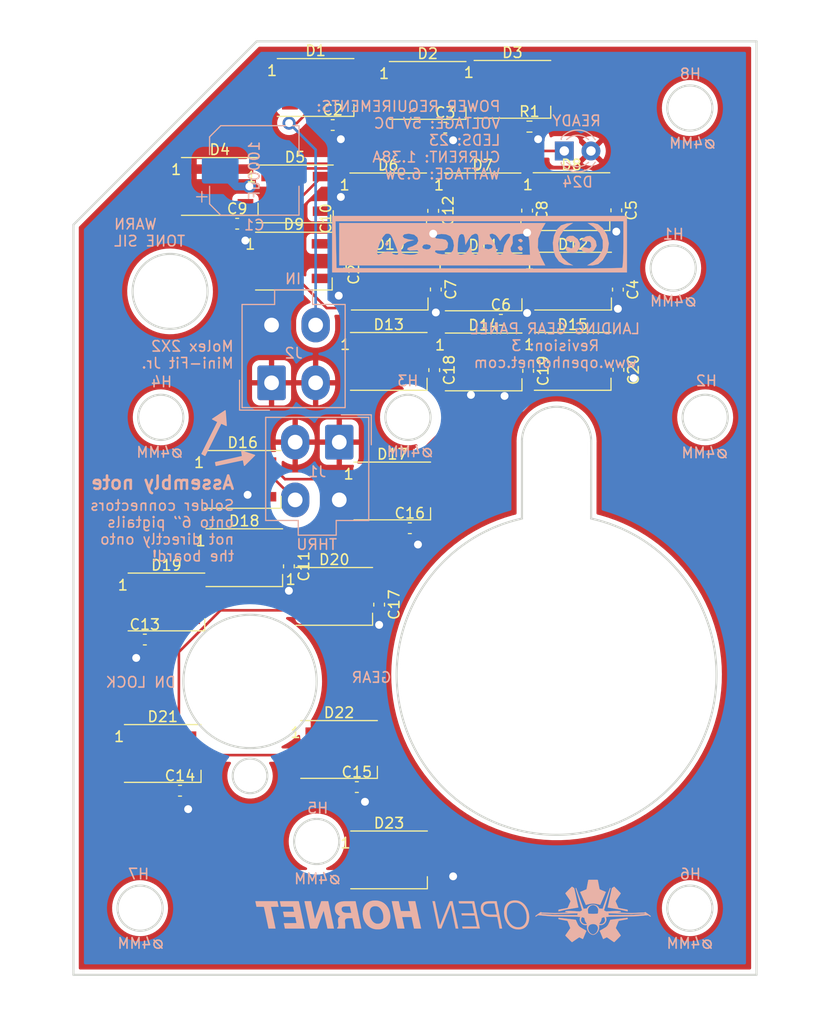
<source format=kicad_pcb>
(kicad_pcb (version 20211014) (generator pcbnew)
  (title_block (title "LANDING GEAR PANEL") (date "2023-02-10") (rev "3"))
  (layers (0 "F.Cu" signal) (31 "B.Cu" signal) (34 "B.Paste" user) (35 "F.Paste" user) (36 "B.SilkS" user "B.Silkscreen") (37 "F.SilkS" user "F.Silkscreen") (38 "B.Mask" user) (39 "F.Mask" user) (44 "Edge.Cuts" user))
  (net 0 "")
  (net 1 "Net-(D1-Pad2)")
  (net 2 "Net-(D2-Pad2)")
  (net 3 "Net-(D3-Pad2)")
  (net 4 "Net-(D4-Pad2)")
  (net 5 "Net-(D5-Pad2)")
  (net 6 "Net-(D6-Pad2)")
  (net 7 "Net-(D7-Pad2)")
  (net 8 "Net-(D8-Pad2)")
  (net 9 "Net-(D10-Pad4)")
  (net 10 "Net-(D10-Pad2)")
  (net 11 "Net-(D11-Pad2)")
  (net 12 "Net-(D12-Pad2)")
  (net 13 "Net-(D13-Pad2)")
  (net 14 "Net-(D14-Pad2)")
  (net 15 "Net-(D15-Pad2)")
  (net 16 "Net-(D16-Pad2)")
  (net 17 "Net-(D17-Pad2)")
  (net 18 "Net-(D18-Pad2)")
  (net 19 "Net-(D19-Pad2)")
  (net 20 "Net-(D20-Pad2)")
  (net 21 "Net-(D21-Pad2)")
  (net 22 "Net-(D22-Pad2)")
  (net 23 "/LEDGND")
  (net 24 "/LED+5V")
  (net 25 "Net-(D24-Pad1)")
  (net 26 "/DATAIN")
  (net 27 "/DATAOUT")
  (footprint "OH_Footprints:LED_WS2812B_PLCC4_5.0x5.0mm_P3.2mm" (layer "F.Cu") (at 85.4456 42.8752)
    (fp_text reference "D1")
    (fp_text value "WS2812B")
  )
  (footprint "OH_Footprints:LED_WS2812B_PLCC4_5.0x5.0mm_P3.2mm" (layer "F.Cu") (at 96.1252 43.1544)
    (fp_text reference "D2")
    (fp_text value "WS2812B")
  )
  (footprint "OH_Footprints:LED_WS2812B_PLCC4_5.0x5.0mm_P3.2mm" (layer "F.Cu") (at 104.202 43.0528)
    (fp_text reference "D3")
    (fp_text value "WS2812B")
  )
  (footprint "OH_Footprints:LED_WS2812B_PLCC4_5.0x5.0mm_P3.2mm" (layer "F.Cu") (at 76.3132 52.2984)
    (fp_text reference "D4")
    (fp_text value "WS2812B")
  )
  (footprint "OH_Footprints:LED_WS2812B_PLCC4_5.0x5.0mm_P3.2mm" (layer "F.Cu") (at 83.476 53.0096)
    (fp_text reference "D5")
    (fp_text value "WS2812B")
  )
  (footprint "OH_Footprints:LED_WS2812B_PLCC4_5.0x5.0mm_P3.2mm" (layer "F.Cu") (at 92.366 53.7716)
    (fp_text reference "D6")
    (fp_text value "WS2812B")
  )
  (footprint "OH_Footprints:LED_WS2812B_PLCC4_5.0x5.0mm_P3.2mm" (layer "F.Cu") (at 101.358 53.7716)
    (fp_text reference "D7")
    (fp_text value "WS2812B")
  )
  (footprint "OH_Footprints:LED_WS2812B_PLCC4_5.0x5.0mm_P3.2mm" (layer "F.Cu") (at 109.83 53.7464)
    (fp_text reference "D8")
    (fp_text value "WS2812B")
  )
  (footprint "OH_Footprints:LED_WS2812B_PLCC4_5.0x5.0mm_P3.2mm" (layer "F.Cu") (at 83.3744 59.4104)
    (fp_text reference "D9")
    (fp_text value "WS2812B")
  )
  (footprint "OH_Footprints:LED_WS2812B_PLCC4_5.0x5.0mm_P3.2mm" (layer "F.Cu") (at 92.5068 61.3156)
    (fp_text reference "D10")
    (fp_text value "WS2812B")
  )
  (footprint "OH_Footprints:LED_WS2812B_PLCC4_5.0x5.0mm_P3.2mm" (layer "F.Cu") (at 101.459 61.3916)
    (fp_text reference "D11")
    (fp_text value "WS2812B")
  )
  (footprint "OH_Footprints:LED_WS2812B_PLCC4_5.0x5.0mm_P3.2mm" (layer "F.Cu") (at 109.982 61.3156)
    (fp_text reference "D12")
    (fp_text value "WS2812B")
  )
  (footprint "OH_Footprints:LED_WS2812B_PLCC4_5.0x5.0mm_P3.2mm" (layer "F.Cu") (at 92.4168 68.9608)
    (fp_text reference "D13")
    (fp_text value "WS2812B")
  )
  (footprint "OH_Footprints:LED_WS2812B_PLCC4_5.0x5.0mm_P3.2mm" (layer "F.Cu") (at 101.459 69.0116)
    (fp_text reference "D14")
    (fp_text value "WS2812B")
  )
  (footprint "OH_Footprints:LED_WS2812B_PLCC4_5.0x5.0mm_P3.2mm" (layer "F.Cu") (at 109.943 68.9608)
    (fp_text reference "D15")
    (fp_text value "WS2812B")
  )
  (footprint "OH_Footprints:LED_WS2812B_PLCC4_5.0x5.0mm_P3.2mm" (layer "F.Cu") (at 78.5 80.2)
    (fp_text reference "D16")
    (fp_text value "WS2812B")
  )
  (footprint "OH_Footprints:LED_WS2812B_PLCC4_5.0x5.0mm_P3.2mm" (layer "F.Cu") (at 92.75 81.3)
    (fp_text reference "D17")
    (fp_text value "WS2812B")
  )
  (footprint "OH_Footprints:LED_WS2812B_PLCC4_5.0x5.0mm_P3.2mm" (layer "F.Cu") (at 78.65 87.6552)
    (fp_text reference "D18")
    (fp_text value "WS2812B")
  )
  (footprint "OH_Footprints:LED_WS2812B_PLCC4_5.0x5.0mm_P3.2mm" (layer "F.Cu") (at 71.2332 91.8716)
    (fp_text reference "D19")
    (fp_text value "WS2812B")
  )
  (footprint "OH_Footprints:LED_WS2812B_PLCC4_5.0x5.0mm_P3.2mm" (layer "F.Cu") (at 87.2236 91.3384)
    (fp_text reference "D20")
    (fp_text value "WS2812B")
  )
  (footprint "OH_Footprints:LED_WS2812B_PLCC4_5.0x5.0mm_P3.2mm" (layer "F.Cu") (at 70.8776 106.299)
    (fp_text reference "D21")
    (fp_text value "WS2812B")
  )
  (footprint "OH_Footprints:LED_WS2812B_PLCC4_5.0x5.0mm_P3.2mm" (layer "F.Cu") (at 87.6808 105.918)
    (fp_text reference "D22")
    (fp_text value "WS2812B")
  )
  (footprint "OH_Footprints:LED_WS2812B_PLCC4_5.0x5.0mm_P3.2mm" (layer "F.Cu") (at 92.4444 116.434)
    (fp_text reference "D23")
    (fp_text value "WS2812B")
  )
  (footprint "OH_Footprints:C_0603_1608Metric" (layer "F.Cu") (at 87.075 46.45)
    (fp_text reference "C2")
    (fp_text value "C")
  )
  (footprint "OH_Footprints:C_0603_1608Metric" (layer "F.Cu") (at 97.8 46.7)
    (fp_text reference "C3")
    (fp_text value "C")
  )
  (footprint "OH_Footprints:C_0603_1608Metric" (layer "F.Cu") (at 114.25 62.125 -90)
    (fp_text reference "C4")
    (fp_text value "C")
  )
  (footprint "OH_Footprints:C_0603_1608Metric" (layer "F.Cu") (at 114.1 54.575 -90)
    (fp_text reference "C5")
    (fp_text value "C")
  )
  (footprint "OH_Footprints:C_0603_1608Metric" (layer "F.Cu") (at 103.1 65)
    (fp_text reference "C6")
    (fp_text value "C")
  )
  (footprint "OH_Footprints:C_0603_1608Metric" (layer "F.Cu") (at 105.6 54.6 -90)
    (fp_text reference "C8")
    (fp_text value "C")
  )
  (footprint "OH_Footprints:C_0603_1608Metric" (layer "F.Cu") (at 77.975 55.85)
    (fp_text reference "C9")
    (fp_text value "C")
  )
  (footprint "OH_Footprints:C_0603_1608Metric" (layer "F.Cu") (at 87.85 55.35 90)
    (fp_text reference "C10")
    (fp_text value "C")
  )
  (footprint "OH_Footprints:C_0603_1608Metric" (layer "F.Cu") (at 82.9 88.475 -90)
    (fp_text reference "C11")
    (fp_text value "C")
  )
  (footprint "OH_Footprints:C_0603_1608Metric" (layer "F.Cu") (at 69.175 95.45)
    (fp_text reference "C13")
    (fp_text value "C")
  )
  (footprint "OH_Footprints:C_0603_1608Metric" (layer "F.Cu") (at 72.525 109.85)
    (fp_text reference "C14")
    (fp_text value "C")
  )
  (footprint "OH_Footprints:C_0603_1608Metric" (layer "F.Cu") (at 89.375 109.5)
    (fp_text reference "C15")
    (fp_text value "C")
  )
  (footprint "OH_Footprints:C_0603_1608Metric" (layer "F.Cu") (at 94.425 84.85)
    (fp_text reference "C16")
    (fp_text value "C")
  )
  (footprint "OH_Footprints:C_0603_1608Metric" (layer "F.Cu") (at 91.5 92.125 -90)
    (fp_text reference "C17")
    (fp_text value "C")
  )
  (footprint "OH_Footprints:R_0603_1608Metric" (layer "F.Cu") (at 105.825 46.6)
    (fp_text reference "R1")
    (fp_text value "R")
  )
  (footprint "OH_Footprints:C_0603_1608Metric" (layer "F.Cu") (at 96.9 62.1125 -90)
    (fp_text reference "C7")
    (fp_text value "C")
  )
  (footprint "OH_Footprints:C_0603_1608Metric" (layer "F.Cu") (at 96.65 54.625 -90)
    (fp_text reference "C12")
    (fp_text value "C")
  )
  (footprint "OH_Footprints:C_0603_1608Metric" (layer "F.Cu") (at 96.75 69.7875 -90)
    (fp_text reference "C18")
    (fp_text value "C")
  )
  (footprint "OH_Footprints:C_0603_1608Metric" (layer "F.Cu") (at 105.7 69.8625 -90)
    (fp_text reference "C19")
    (fp_text value "C")
  )
  (footprint "OH_Footprints:C_0603_1608Metric" (layer "F.Cu") (at 114.3 69.7625 -90)
    (fp_text reference "C20")
    (fp_text value "C")
  )
  (footprint "OH_Footprints:C_0603_1608Metric" (layer "F.Cu") (at 87.65 60.2125 -90)
    (fp_text reference "C21")
    (fp_text value "C")
  )
  (footprint "OH_Footprints:CP_Elec_8x10" (layer "B.Cu") (at 79.6036 50.7746)
    (fp_text reference "C1")
    (fp_text value "C_Polarized")
  )
  (footprint "OH_Footprints:Molex_Mini-Fit_Jr_5566-04A_2x02_P4.20mm_Vertical" (layer "B.Cu") (at 87.7 76.65 180)
    (fp_text reference "J1")
    (fp_text value "Conn_01x04_Female")
  )
  (footprint "OH_Footprints:LED_D3.0mm" (layer "B.Cu") (at 109.144 48.9204)
    (fp_text reference "D24")
    (fp_text value "LED")
  )
  (footprint "OH_Footprints:Molex_Mini-Fit_Jr_5566-04A_2x02_P4.20mm_Vertical" (layer "B.Cu") (at 81.25 71)
    (fp_text reference "J2")
    (fp_text value "Conn_01x04_Female")
  )
  (footprint "OH_General:OH_LOGO_37.7mm_5.9mm" (layer "B.Cu") (at 98.55 121.3 180)
    (fp_text reference "G***" hide)
    (fp_text value "LOGO" hide)
  )
  (footprint "OH_General:CC-BY-NC-SA-Small" (layer "B.Cu") (at 101.15 57.8 180)
    (fp_text reference "G***" hide)
    (fp_text value "LOGO" hide)
  )
  (gr_poly (pts (xy 78.66 78.87) (xy 78.55 78.33) (xy 75.96 78.88) (xy 75.906 78.584) (xy 78.47 78.01) (xy 78.39 77.49) (xy 79.64 77.9)) (layer "B.SilkS") (width 0.1) (fill solid))
  (gr_poly (pts (xy 76.94 75.07) (xy 76.434 74.844) (xy 74.904 77.924) (xy 74.606 77.758) (xy 76.13 74.71) (xy 75.622 74.456) (xy 76.834 73.654)) (layer "B.SilkS") (width 0.1) (fill solid))
  (gr_circle (center 121.1072 121.031) (end 123.25985 121.031) (layer "Edge.Cuts") (width 0.2) (fill none))
  (gr_circle (center 79.1972 108.4326) (end 80.848199 108.4326) (layer "Edge.Cuts") (width 0.2) (fill none))
  (gr_circle (center 121.1072 44.831) (end 123.259849 44.831) (layer "Edge.Cuts") (width 0.2) (fill none))
  (gr_circle (center 94.2467 74.289123) (end 96.399349 74.289123) (layer "Edge.Cuts") (width 0.2) (fill none))
  (gr_arc (start 111.702278 83.926482) (mid 108.410746 114.045999) (end 105.105199 83.928017) (layer "Edge.Cuts") (width 0.2))
  (gr_line (start 127.4572 38.481) (end 79.8322 38.481) (layer "Edge.Cuts") (width 0.2))
  (gr_arc (start 105.105201 76.581) (mid 108.4072 73.279001) (end 111.709199 76.581) (layer "Edge.Cuts") (width 0.2))
  (gr_circle (center 79.1972 99.441) (end 85.547199 99.441) (layer "Edge.Cuts") (width 0.2) (fill none))
  (gr_circle (center 119.5197 60.071) (end 121.67235 60.071) (layer "Edge.Cuts") (width 0.2) (fill none))
  (gr_circle (center 85.5472 114.681) (end 87.699849 114.681) (layer "Edge.Cuts") (width 0.2) (fill none))
  (gr_circle (center 68.7197 121.031) (end 70.872349 121.031) (layer "Edge.Cuts") (width 0.2) (fill none))
  (gr_line (start 105.1052 76.581) (end 105.1052 83.928017) (layer "Edge.Cuts") (width 0.2))
  (gr_circle (center 122.5677 74.289123) (end 124.72035 74.289123) (layer "Edge.Cuts") (width 0.2) (fill none))
  (gr_circle (center 71.5772 62.2935) (end 75.148439 62.2935) (layer "Edge.Cuts") (width 0.2) (fill none))
  (gr_line (start 62.3697 55.9435) (end 62.3697 127.381) (layer "Edge.Cuts") (width 0.2))
  (gr_line (start 62.3697 127.381) (end 127.4572 127.381) (layer "Edge.Cuts") (width 0.2))
  (gr_line (start 111.702278 83.926482) (end 111.7092 76.581) (layer "Edge.Cuts") (width 0.2))
  (gr_line (start 79.8322 38.481) (end 62.3697 55.9435) (layer "Edge.Cuts") (width 0.2))
  (gr_circle (center 70.6907 74.289123) (end 72.84335 74.289123) (layer "Edge.Cuts") (width 0.2) (fill none))
  (gr_line (start 127.4572 127.381) (end 127.4572 38.481) (layer "Edge.Cuts") (width 0.2))
  (gr_text "H7" (at 68.58 117.7798) (layer "B.SilkS") (effects (font (size 1 1)) (justify mirror)))
  (gr_text "⌀4MM" (at 68.8086 124.3838) (layer "B.SilkS") (effects (font (size 1 1)) (justify mirror)))
  (gr_text "H8" (at 121.158 41.5798) (layer "B.SilkS") (effects (font (size 1 1)) (justify mirror)))
  (gr_text "⌀4MM" (at 121.3866 48.1838) (layer "B.SilkS") (effects (font (size 1 1)) (justify mirror)))
  (gr_text "1000uF" (at 79.6036 50.7746 90) (layer "B.SilkS") (effects (font (size 1 1)) (justify mirror)))
  (gr_text "THRU" (at 85.55 86.4) (layer "B.SilkS") (effects (font (size 1 1)) (justify mirror)))
  (gr_text "⌀4MM" (at 121.1326 124.3838) (layer "B.SilkS") (effects (font (size 1 1)) (justify mirror)))
  (gr_text "⌀4MM" (at 70.612 77.6224) (layer "B.SilkS") (effects (font (size 1 1)) (justify mirror)))
  (gr_text "READY" (at 110.3122 46.0502) (layer "B.SilkS") (effects (font (size 1 1)) (justify mirror)))
  (gr_text "H3" (at 94.234 70.8152) (layer "B.SilkS") (effects (font (size 1 1)) (justify mirror)))
  (gr_text "LANDING GEAR PANEL\nRevision: 3\nwww.openhornet.com" (at 108.2802 67.4624) (layer "B.SilkS") (effects (font (size 1 1)) (justify mirror)))
  (gr_text "POWER REQUIREMENTS:\nVOLTAGE: 5V DC\nLEDS: 23\nCURRENT: 1.38A\nWATTAGE: 6.9W" (at 103.15 47.9) (layer "B.SilkS") (effects (font (size 1 1)) (justify left mirror)))
  (gr_text "⌀4MM" (at 119.5578 63.2206) (layer "B.SilkS") (effects (font (size 1 1)) (justify mirror)))
  (gr_text "Assembly note" (at 70.866 80.518) (layer "B.SilkS") (effects (font (size 1.25 1.25) (thickness 0.25)) (justify mirror)))
  (gr_text "H6" (at 121.158 117.7798) (layer "B.SilkS") (effects (font (size 1 1)) (justify mirror)))
  (gr_text "WARN\nTONE SIL" (at 66.15 56.7) (layer "B.SilkS") (effects (font (size 1 1)) (justify right mirror)))
  (gr_text "H5" (at 85.6488 111.506) (layer "B.SilkS") (effects (font (size 1 1)) (justify mirror)))
  (gr_text "⌀4MM" (at 122.555 77.6732) (layer "B.SilkS") (effects (font (size 1 1)) (justify mirror)))
  (gr_text "⌀4MM" (at 94.4626 77.5716) (layer "B.SilkS") (effects (font (size 1 1)) (justify mirror)))
  (gr_text "IN" (at 83.3 61.1) (layer "B.SilkS") (effects (font (size 1 1)) (justify mirror)))
  (gr_text "H2" (at 122.682 70.8152) (layer "B.SilkS") (effects (font (size 1 1)) (justify mirror)))
  (gr_text "H4" (at 70.7644 70.9168) (layer "B.SilkS") (effects (font (size 1 1)) (justify mirror)))
  (gr_text "Solder connectors\nonto 6” pigtails\nnot directly onto\nthe board!" (at 77.776715 85.09) (layer "B.SilkS") (effects (font (size 1 1)) (justify left mirror)))
  (gr_text "DN LOCK" (at 68.7832 99.5172) (layer "B.SilkS") (effects (font (size 1 1)) (justify mirror)))
  (gr_text "Molex 2X2\nMini-Fit Jr." (at 77.724 68.326) (layer "B.SilkS") (effects (font (size 1 1)) (justify left mirror)))
  (gr_text "GEAR" (at 90.7796 99.06) (layer "B.SilkS") (effects (font (size 1 1)) (justify mirror)))
  (gr_text "H1" (at 119.5324 56.8452) (layer "B.SilkS") (effects (font (size 1 1)) (justify mirror)))
  (gr_text "⌀4MM" (at 85.6488 118.237) (layer "B.SilkS") (effects (font (size 1 1)) (justify mirror)))
  (segment (start 97.4999 41.5544) (end 98.5752 41.5544) (width 0.25) (layer "F.Cu") (net 1))
  (segment (start 82.9956 44.4627) (end 87.0085 40.4498) (width 0.25) (layer "F.Cu") (net 1))
  (segment (start 82.9956 44.4752) (end 82.9956 44.4627) (width 0.25) (layer "F.Cu") (net 1))
  (segment (start 96.3953 40.4498) (end 97.4999 41.5544) (width 0.25) (layer "F.Cu") (net 1))
  (segment (start 87.0085 40.4498) (end 96.3953 40.4498) (width 0.25) (layer "F.Cu") (net 1))
  (segment (start 95.6775 43.8274) (end 103.2021 43.8274) (width 0.25) (layer "F.Cu") (net 2))
  (segment (start 106.652 41.4528) (end 105.5767 41.4528) (width 0.25) (layer "F.Cu") (net 2))
  (segment (start 94.7505 44.7544) (end 95.6775 43.8274) (width 0.25) (layer "F.Cu") (net 2))
  (segment (start 103.2021 43.8274) (end 105.5767 41.4528) (width 0.25) (layer "F.Cu") (net 2))
  (segment (start 93.6752 44.7544) (end 94.7505 44.7544) (width 0.25) (layer "F.Cu") (net 2))
  (segment (start 101.752 47.070602) (end 98.688013 50.134589) (width 0.25) (layer "F.Cu") (net 3))
  (segment (start 98.688013 50.134589) (end 79.327011 50.134589) (width 0.25) (layer "F.Cu") (net 3))
  (segment (start 79.327011 50.134589) (end 78.7632 50.6984) (width 0.25) (layer "F.Cu") (net 3))
  (segment (start 101.752 44.6528) (end 101.752 47.070602) (width 0.25) (layer "F.Cu") (net 3))
  (segment (start 81.3785 56.0225) (end 85.926 51.475) (width 0.25) (layer "F.Cu") (net 4))
  (segment (start 73.8632 53.8984) (end 73.8632 54.6484) (width 0.25) (layer "F.Cu") (net 4))
  (segment (start 79.7004 57.8501) (end 79.7004 57.3094) (width 0.25) (layer "F.Cu") (net 4))
  (segment (start 73.8632 54.6484) (end 77.6253 58.4105) (width 0.25) (layer "F.Cu") (net 4))
  (segment (start 85.926 51.475) (end 85.926 51.4096) (width 0.25) (layer "F.Cu") (net 4))
  (segment (start 77.6253 58.4105) (end 79.14 58.4105) (width 0.25) (layer "F.Cu") (net 4))
  (segment (start 79.7004 57.3094) (end 80.9873 56.0225) (width 0.25) (layer "F.Cu") (net 4))
  (segment (start 80.9873 56.0225) (end 81.3785 56.0225) (width 0.25) (layer "F.Cu") (net 4))
  (segment (start 79.14 58.4105) (end 79.7004 57.8501) (width 0.25) (layer "F.Cu") (net 4))
  (segment (start 84.301001 50.584599) (end 93.228999 50.584599) (width 0.25) (layer "F.Cu") (net 5))
  (segment (start 81.026 53.8596) (end 84.301001 50.584599) (width 0.25) (layer "F.Cu") (net 5))
  (segment (start 93.228999 50.584599) (end 94.816 52.1716) (width 0.25) (layer "F.Cu") (net 5))
  (segment (start 81.026 54.6096) (end 81.026 53.8596) (width 0.25) (layer "F.Cu") (net 5))
  (segment (start 103.808 52.1716) (end 103.808 52.9216) (width 0.25) (layer "F.Cu") (net 6))
  (segment (start 98.979599 57.750001) (end 92.294401 57.750001) (width 0.25) (layer "F.Cu") (net 6))
  (segment (start 103.808 52.9216) (end 98.979599 57.750001) (width 0.25) (layer "F.Cu") (net 6))
  (segment (start 92.294401 57.750001) (end 89.916 55.3716) (width 0.25) (layer "F.Cu") (net 6))
  (segment (start 98.908 55.3716) (end 98.908 54.6216) (width 0.25) (layer "F.Cu") (net 7))
  (segment (start 98.908 54.6216) (end 102.208201 51.321399) (width 0.25) (layer "F.Cu") (net 7))
  (segment (start 102.208201 51.321399) (end 111.454999 51.321399) (width 0.25) (layer "F.Cu") (net 7))
  (segment (start 111.454999 51.321399) (end 112.28 52.1464) (width 0.25) (layer "F.Cu") (net 7))
  (segment (start 85.8244 57.8104) (end 86.8997 57.8104) (width 0.25) (layer "F.Cu") (net 8))
  (segment (start 87.3371 58.2478) (end 86.8997 57.8104) (width 0.25) (layer "F.Cu") (net 8))
  (segment (start 105.4148 58.2478) (end 87.3371 58.2478) (width 0.25) (layer "F.Cu") (net 8))
  (segment (start 107.38 55.3464) (end 107.38 56.2826) (width 0.25) (layer "F.Cu") (net 8))
  (segment (start 107.38 56.2826) (end 105.4148 58.2478) (width 0.25) (layer "F.Cu") (net 8))
  (segment (start 83.629221 61.0104) (end 80.9244 61.0104) (width 0.25) (layer "F.Cu") (net 9))
  (segment (start 86.499821 63.881) (end 83.629221 61.0104) (width 0.25) (layer "F.Cu") (net 9))
  (segment (start 94.9568 60.4656) (end 91.5414 63.881) (width 0.25) (layer "F.Cu") (net 9))
  (segment (start 91.5414 63.881) (end 86.499821 63.881) (width 0.25) (layer "F.Cu") (net 9))
  (segment (start 94.9568 59.7156) (end 94.9568 60.4656) (width 0.25) (layer "F.Cu") (net 9))
  (segment (start 90.0568 62.9156) (end 90.0568 62.1656) (width 0.25) (layer "F.Cu") (net 10))
  (segment (start 93.52459 58.69781) (end 102.81521 58.69781) (width 0.25) (layer "F.Cu") (net 10))
  (segment (start 102.81521 58.69781) (end 103.909 59.7916) (width 0.25) (layer "F.Cu") (net 10))
  (segment (start 90.0568 62.1656) (end 93.52459 58.69781) (width 0.25) (layer "F.Cu") (net 10))
  (segment (start 110.2976 61.85) (end 100.1506 61.85) (width 0.25) (layer "F.Cu") (net 11))
  (segment (start 100.1506 61.85) (end 99.009 62.9916) (width 0.25) (layer "F.Cu") (net 11))
  (segment (start 112.432 59.7156) (end 110.2976 61.85) (width 0.25) (layer "F.Cu") (net 11))
  (segment (start 104.9863 66.5355) (end 96.7674 66.5355) (width 0.25) (layer "F.Cu") (net 12))
  (segment (start 107.532 63.9898) (end 104.9863 66.5355) (width 0.25) (layer "F.Cu") (net 12))
  (segment (start 94.8668 67.3608) (end 95.9421 67.3608) (width 0.25) (layer "F.Cu") (net 12))
  (segment (start 96.7674 66.5355) (end 95.9421 67.3608) (width 0.25) (layer "F.Cu") (net 12))
  (segment (start 107.532 62.9156) (end 107.532 63.9898) (width 0.25) (layer "F.Cu") (net 12))
  (segment (start 95.9585 69.7354) (end 96.0093 69.7862) (width 0.25) (layer "F.Cu") (net 13))
  (segment (start 89.9668 70.5608) (end 91.0421 70.5608) (width 0.25) (layer "F.Cu") (net 13))
  (segment (start 100.4591 69.7862) (end 102.8337 67.4116) (width 0.25) (layer "F.Cu") (net 13))
  (segment (start 91.0421 70.5608) (end 91.8675 69.7354) (width 0.25) (layer "F.Cu") (net 13))
  (segment (start 96.0093 69.7862) (end 100.4591 69.7862) (width 0.25) (layer "F.Cu") (net 13))
  (segment (start 103.909 67.4116) (end 102.8337 67.4116) (width 0.25) (layer "F.Cu") (net 13))
  (segment (start 91.8675 69.7354) (end 95.9585 69.7354) (width 0.25) (layer "F.Cu") (net 13))
  (segment (start 101.829 69.7627) (end 104.9099 69.7627) (width 0.25) (layer "F.Cu") (net 14))
  (segment (start 105.0097 69.8625) (end 106.3741 69.8625) (width 0.25) (layer "F.Cu") (net 14))
  (segment (start 99.009 70.6116) (end 100.9801 70.6116) (width 0.25) (layer "F.Cu") (net 14))
  (segment (start 100.9801 70.6116) (end 101.829 69.7627) (width 0.25) (layer "F.Cu") (net 14))
  (segment (start 106.3741 69.8625) (end 108.0505 68.1861) (width 0.25) (layer "F.Cu") (net 14))
  (segment (start 112.393 67.3608) (end 111.3177 67.3608) (width 0.25) (layer "F.Cu") (net 14))
  (segment (start 110.4924 68.1861) (end 111.3177 67.3608) (width 0.25) (layer "F.Cu") (net 14))
  (segment (start 108.0505 68.1861) (end 110.4924 68.1861) (width 0.25) (layer "F.Cu") (net 14))
  (segment (start 104.9099 69.7627) (end 105.0097 69.8625) (width 0.25) (layer "F.Cu") (net 14))
  (segment (start 99.864997 73.200001) (end 104.853799 73.200001) (width 0.25) (layer "F.Cu") (net 15))
  (segment (start 82.52499 80.17499) (end 88.939988 80.17499) (width 0.25) (layer "F.Cu") (net 15))
  (segment (start 80.95 78.6) (end 82.52499 80.17499) (width 0.25) (layer "F.Cu") (net 15))
  (segment (start 92.539997 80.525001) (end 99.864997 73.200001) (width 0.25) (layer "F.Cu") (net 15))
  (segment (start 104.853799 73.200001) (end 107.493 70.5608) (width 0.25) (layer "F.Cu") (net 15))
  (segment (start 89.289999 80.525001) (end 92.539997 80.525001) (width 0.25) (layer "F.Cu") (net 15))
  (segment (start 88.939988 80.17499) (end 89.289999 80.525001) (width 0.25) (layer "F.Cu") (net 15))
  (segment (start 95.2 80.45) (end 88.72501 86.92499) (width 0.25) (layer "F.Cu") (net 16))
  (segment (start 80.134788 86.92499) (end 76.05 82.840202) (width 0.25) (layer "F.Cu") (net 16))
  (segment (start 76.05 82.840202) (end 76.05 81.8) (width 0.25) (layer "F.Cu") (net 16))
  (segment (start 88.72501 86.92499) (end 80.134788 86.92499) (width 0.25) (layer "F.Cu") (net 16))
  (segment (start 95.2 79.7) (end 95.2 80.45) (width 0.25) (layer "F.Cu") (net 16))
  (segment (start 81.1 86.0552) (end 82.1753 86.0552) (width 0.25) (layer "F.Cu") (net 17))
  (segment (start 90.3 82.9) (end 87.1448 86.0552) (width 0.25) (layer "F.Cu") (net 17))
  (segment (start 87.1448 86.0552) (end 82.1753 86.0552) (width 0.25) (layer "F.Cu") (net 17))
  (segment (start 73.6832 90.2716) (end 75.1836 90.2716) (width 0.25) (layer "F.Cu") (net 18))
  (segment (start 75.1836 90.2716) (end 76.2 89.2552) (width 0.25) (layer "F.Cu") (net 18))
  (segment (start 68.7832 93.4716) (end 69.8585 93.4716) (width 0.25) (layer "F.Cu") (net 19))
  (segment (start 71.5734 91.7567) (end 86.58 91.7567) (width 0.25) (layer "F.Cu") (net 19))
  (segment (start 86.58 91.7567) (end 88.5983 89.7384) (width 0.25) (layer "F.Cu") (net 19))
  (segment (start 89.6736 89.7384) (end 88.5983 89.7384) (width 0.25) (layer "F.Cu") (net 19))
  (segment (start 69.8585 93.4716) (end 71.5734 91.7567) (width 0.25) (layer "F.Cu") (net 19))
  (segment (start 84.501669 92.666469) (end 84.7736 92.9384) (width 0.25) (layer "F.Cu") (net 20))
  (segment (start 72.419997 103.791397) (end 72.419997 96.632468) (width 0.25) (layer "F.Cu") (net 20))
  (segment (start 76.385996 92.666469) (end 84.501669 92.666469) (width 0.25) (layer "F.Cu") (net 20))
  (segment (start 72.419997 96.632468) (end 76.385996 92.666469) (width 0.25) (layer "F.Cu") (net 20))
  (segment (start 73.3276 104.699) (end 72.419997 103.791397) (width 0.25) (layer "F.Cu") (net 20))
  (segment (start 69.5029 107.899) (end 70.9464 106.4555) (width 0.25) (layer "F.Cu") (net 21))
  (segment (start 68.4276 107.899) (end 69.5029 107.899) (width 0.25) (layer "F.Cu") (net 21))
  (segment (start 86.918 106.4555) (end 89.0555 104.318) (width 0.25) (layer "F.Cu") (net 21))
  (segment (start 90.1308 104.318) (end 89.0555 104.318) (width 0.25) (layer "F.Cu") (net 21))
  (segment (start 70.9464 106.4555) (end 86.918 106.4555) (width 0.25) (layer "F.Cu") (net 21))
  (segment (start 85.2308 107.518) (end 92.5468 114.834) (width 0.25) (layer "F.Cu") (net 22))
  (segment (start 92.5468 114.834) (end 94.8944 114.834) (width 0.25) (layer "F.Cu") (net 22))
  (segment (start 87.85 53.3) (end 87.85 53.3) (width 0.75) (layer "F.Cu") (net 23))
  (segment (start 105.6 64.35) (end 105.6 64.35) (width 0.75) (layer "F.Cu") (net 23))
  (segment (start 106.65 46.6) (end 106.65 47.8) (width 0.75) (layer "F.Cu") (net 23))
  (segment (start 96.7 118) (end 98.55 118) (width 0.75) (layer "F.Cu") (net 23))
  (segment (start 106.652 46.598) (end 106.65 46.6) (width 0.75) (layer "F.Cu") (net 23))
  (segment (start 90.15 109.5) (end 90.15 110.9) (width 0.75) (layer "F.Cu") (net 23))
  (segment (start 103.875 65) (end 104.95 65) (width 0.75) (layer "F.Cu") (net 23))
  (segment (start 87.65 61) (end 87.65 62.7) (width 0.75) (layer "F.Cu") (net 23))
  (segment (start 96.6216 55.3716) (end 96.65 55.4) (width 0.75) (layer "F.Cu") (net 23))
  (segment (start 114.3 70.55) (end 115.75 70.55) (width 0.75) (layer "F.Cu") (net 23))
  (segment (start 96.666 118.034) (end 96.7 118) (width 0.75) (layer "F.Cu") (net 23))
  (segment (start 69.95 95.6) (end 68.35 97.2) (width 0.75) (layer "F.Cu") (net 23))
  (segment (start 105.597 55.3716) (end 105.6 55.375) (width 0.75) (layer "F.Cu") (net 23))
  (segment (start 103.909 64.966) (end 103.875 65) (width 0.75) (layer "F.Cu") (net 23))
  (segment (start 112.28 55.3464) (end 114.096 55.3464) (width 0.75) (layer "F.Cu") (net 23))
  (segment (start 90.1308 107.518) (end 90.1308 109.481) (width 0.75) (layer "F.Cu") (net 23))
  (segment (start 78.7632 55.8368) (end 78.75 55.85) (width 0.75) (layer "F.Cu") (net 23))
  (segment (start 96.65 55.4) (end 96.65 56.8) (width 0.75) (layer "F.Cu") (net 23))
  (segment (start 103.808 55.3716) (end 105.597 55.3716) (width 0.75) (layer "F.Cu") (net 23))
  (segment (start 114.289 70.5608) (end 114.3 70.55) (width 0.75) (layer "F.Cu") (net 23))
  (segment (start 73.3276 107.899) (end 73.3276 109.822) (width 0.75) (layer "F.Cu") (net 23))
  (segment (start 94.9568 62.9156) (end 96.8844 62.9156) (width 0.75) (layer "F.Cu") (net 23))
  (segment (start 87.85 54.575) (end 85.9606 54.575) (width 0.75) (layer "F.Cu") (net 23))
  (segment (start 80.95 81.8) (end 79.6247 81.8) (width 0.75) (layer "F.Cu") (net 23))
  (segment (start 98.575 46.7) (end 98.55 47.9) (width 0.75) (layer "F.Cu") (net 23))
  (segment (start 105.6 55.375) (end 105.6 56.7) (width 0.75) (layer "F.Cu") (net 23))
  (segment (start 89.6736 92.9384) (end 91.4616 92.9384) (width 0.75) (layer "F.Cu") (net 23))
  (segment (start 96.75 70.575) (end 96.75 71.0125) (width 0.75) (layer "F.Cu") (net 23))
  (segment (start 71.9284 93.4716) (end 69.95 95.45) (width 0.75) (layer "F.Cu") (net 23))
  (segment (start 82.9 89.25) (end 82.9 90.8) (width 0.75) (layer "F.Cu") (net 23))
  (segment (start 73.3276 109.822) (end 73.3 109.85) (width 0.75) (layer "F.Cu") (net 23))
  (segment (start 87.6396 61.0104) (end 87.65 61) (width 0.75) (layer "F.Cu") (net 23))
  (segment (start 91.5 92.9) (end 91.5 94.05) (width 0.75) (layer "F.Cu") (net 23))
  (segment (start 114.096 55.3464) (end 114.1 55.35) (width 0.75) (layer "F.Cu") (net 23))
  (segment (start 87.85 46.45) (end 87.85 47.8) (width 0.75) (layer "F.Cu") (net 23))
  (segment (start 87.8956 44.4752) (end 87.8956 46.4044) (width 0.75) (layer "F.Cu") (net 23))
  (segment (start 94.816 55.3716) (end 96.6216 55.3716) (width 0.75) (layer "F.Cu") (net 23))
  (segment (start 112.393 70.5608) (end 114.289 70.5608) (width 0.75) (layer "F.Cu") (net 23))
  (segment (start 103.909 70.6116) (end 105.662 70.6116) (width 0.75) (layer "F.Cu") (net 23))
  (segment (start 90.1308 109.481) (end 90.15 109.5) (width 0.75) (layer "F.Cu") (net 23))
  (segment (start 85.9606 54.575) (end 85.926 54.6096) (width 0.75) (layer "F.Cu") (net 23))
  (segment (start 114.234 62.9156) (end 114.25 62.9) (width 0.75) (layer "F.Cu") (net 23))
  (segment (start 81.1 89.2552) (end 82.8948 89.2552) (width 0.75) (layer "F.Cu") (net 23))
  (segment (start 87.85 54.575) (end 87.85 53.3) (width 0.75) (layer "F.Cu") (net 23))
  (segment (start 78.7632 53.8984) (end 78.7632 55.8368) (width 0.75) (layer "F.Cu") (net 23))
  (segment (start 96.9 62.9) (end 96.9 64.3) (width 0.75) (layer "F.Cu") (net 23))
  (segment (start 96.7358 70.5608) (end 96.75 70.575) (width 0.75) (layer "F.Cu") (net 23))
  (segment (start 112.432 62.9156) (end 114.234 62.9156) (width 0.75) (layer "F.Cu") (net 23))
  (segment (start 73.3 109.85) (end 73.3 111.6) (width 0.75) (layer "F.Cu") (net 23))
  (segment (start 78.75 55.85) (end 78.75 57.45) (width 0.75) (layer "F.Cu") (net 23))
  (segment (start 95.2 86.4) (end 95.2 86.45) (width 0.75) (layer "F.Cu") (net 23))
  (segment (start 103.909 62.9916) (end 103.909 64.966) (width 0.75) (layer "F.Cu") (net 23))
  (segment (start 82.8948 89.2552) (end 82.9 89.25) (width 0.75) (layer "F.Cu") (net 23))
  (segment (start 105.7 70.65) (end 105.7 71.35) (width 0.75) (layer "F.Cu") (net 23))
  (segment (start 95.2 82.9) (end 95.2 84.85) (width 0.75) (layer "F.Cu") (net 23))
  (segment (start 85.8244 61.0104) (end 87.6396 61.0104) (width 0.75) (layer "F.Cu") (net 23))
  (segment (start 96.7 118) (end 96.7 117.9995) (width 0.75) (layer "F.Cu") (net 23))
  (segment (start 114.1 55.35) (end 114.1 56.6) (width 0.75) (layer "F.Cu") (net 23))
  (segment (start 98.5752 46.6998) (end 98.575 46.7) (width 0.75) (layer "F.Cu") (net 23))
  (segment (start 94.8944 118.034) (end 96.666 118.034) (width 0.75) (layer "F.Cu") (net 23))
  (segment (start 91.4616 92.9384) (end 91.5 92.9) (width 0.75) (layer "F.Cu") (net 23))
  (segment (start 95.2 84.85) (end 95.2 86.4) (width 0.75) (layer "F.Cu") (net 23))
  (segment (start 69.95 95.45) (end 69.95 95.6) (width 0.75) (layer "F.Cu") (net 23))
  (segment (start 98.55 47.9) (end 98.575 47.875) (width 0.75) (layer "F.Cu") (net 23))
  (segment (start 96.8844 62.9156) (end 96.9 62.9) (width 0.75) (layer "F.Cu") (net 23))
  (segment (start 106.652 44.6528) (end 106.652 46.598) (width 0.75) (layer "F.Cu") (net 23))
  (segment (start 78.9674 81.6653) (end 79.49 81.6653) (width 0.75) (layer "F.Cu") (net 23))
  (segment (start 97.8875 72.15) (end 100.25 72.15) (width 0.75) (layer "F.Cu") (net 23))
  (segment (start 79.49 81.6653) (end 79.6247 81.8) (width 0.75) (layer "F.Cu") (net 23))
  (segment (start 98.5752 44.7544) (end 98.5752 46.6998) (width 0.75) (layer "F.Cu") (net 23))
  (segment (start 105.662 70.6116) (end 105.7 70.65) (width 0.75) (layer "F.Cu") (net 23))
  (segment (start 96.75 71.0125) (end 97.8875 72.15) (width 0.75) (layer "F.Cu") (net 23))
  (segment (start 114.25 62.9) (end 114.25 63.95) (width 0.75) (layer "F.Cu") (net 23))
  (segment (start 105.7 71.35) (end 104.8 72.25) (width 0.75) (layer "F.Cu") (net 23))
  (segment (start 104.95 65) (end 105.6 64.35) (width 0.75) (layer "F.Cu") (net 23))
  (segment (start 87.8956 46.4044) (end 87.85 46.45) (width 0.75) (layer "F.Cu") (net 23))
  (segment (start 104.8 72.25) (end 103.45 72.25) (width 0.75) (layer "F.Cu") (net 23))
  (segment (start 73.6832 93.4716) (end 71.9284 93.4716) (width 0.75) (layer "F.Cu") (net 23))
  (segment (start 94.8668 70.5608) (end 96.7358 70.5608) (width 0.75) (layer "F.Cu") (net 23))
  (via (at 68.35 97.2) (size 1.25) (drill 0.75) (layers "F.Cu" "B.Cu") (net 23))
  (via (at 91.5 94.05) (size 1.25) (drill 0.75) (layers "F.Cu" "B.Cu") (net 23))
  (via (at 103.45 72.25) (size 1.25) (drill 0.75) (layers "F.Cu" "B.Cu") (net 23))
  (via (at 95.2 86.4) (size 1.25) (drill 0.75) (layers "F.Cu" "B.Cu") (net 23))
  (via (at 98.55 47.9) (size 1.25) (drill 0.75) (layers "F.Cu" "B.Cu") (net 23))
  (via (at 115.75 70.55) (size 1.25) (drill 0.75) (layers "F.Cu" "B.Cu") (net 23))
  (via (at 96.65 56.8) (size 1.25) (drill 0.75) (layers "F.Cu" "B.Cu") (net 23))
  (via (at 98.55 118) (size 1.25) (drill 0.75) (layers "F.Cu" "B.Cu") (net 23))
  (via (at 114.25 63.95) (size 1.25) (drill 0.75) (layers "F.Cu" "B.Cu") (net 23))
  (via (at 78.9674 81.6653) (size 1.25) (drill 0.75) (layers "F.Cu" "B.Cu") (net 23))
  (via (at 87.65 62.7) (size 1.25) (drill 0.75) (layers "F.Cu" "B.Cu") (net 23))
  (via (at 96.9 64.3) (size 1.25) (drill 0.75) (layers "F.Cu" "B.Cu") (net 23))
  (via (at 73.3 111.6) (size 1.25) (drill 0.75) (layers "F.Cu" "B.Cu") (net 23))
  (via (at 105.6 64.35) (size 1.25) (drill 0.75) (layers "F.Cu" "B.Cu") (net 23))
  (via (at 100.25 72.15) (size 1.25) (drill 0.75) (layers "F.Cu" "B.Cu") (net 23))
  (via (at 78.75 57.45) (size 1.25) (drill 0.75) (layers "F.Cu" "B.Cu") (net 23))
  (via (at 87.85 47.8) (size 1.25) (drill 0.75) (layers "F.Cu" "B.Cu") (net 23))
  (via (at 90.15 110.9) (size 1.25) (drill 0.75) (layers "F.Cu" "B.Cu") (net 23))
  (via (at 114.1 56.6) (size 1.25) (drill 0.75) (layers "F.Cu" "B.Cu") (net 23))
  (via (at 82.9 90.8) (size 1.25) (drill 0.75) (layers "F.Cu" "B.Cu") (net 23))
  (via (at 87.85 53.3) (size 1.25) (drill 0.75) (layers "F.Cu" "B.Cu") (net 23))
  (via (at 105.6 56.7) (size 1.25) (drill 0.75) (layers "F.Cu" "B.Cu") (net 23))
  (via (at 106.65 47.8) (size 1.25) (drill 0.75) (layers "F.Cu" "B.Cu") (net 23))
  (segment (start 90.0568 59.7156) (end 87.9406 59.7156) (width 0.75) (layer "F.Cu") (net 24))
  (segment (start 96.481 69) (end 96.188 68.707) (width 0.75) (layer "F.Cu") (net 24))
  (segment (start 96.188 68.707) (end 94.869 68.707) (width 0.75) (layer "F.Cu") (net 24))
  (segment (start 96.75 69) (end 96.481 69) (width 0.75) (layer "F.Cu") (net 24))
  (segment (start 87.9406 59.7156) (end 87.65 59.425) (width 0.75) (layer "F.Cu") (net 24))
  (via (at 79.1345 52.2984) (size 1.25) (drill 0.75) (layers "F.Cu" "B.Cu") (net 24))
  (segment (start 79.1345 52.2984) (end 77.8774 52.2984) (width 0.75) (layer "B.Cu") (net 24))
  (segment (start 77.8774 52.2984) (end 76.3536 50.7746) (width 0.75) (layer "B.Cu") (net 24))
  (segment (start 105 47.5338) (end 105 46.6) (width 0.25) (layer "F.Cu") (net 25))
  (segment (start 106.3866 48.9204) (end 105 47.5338) (width 0.25) (layer "F.Cu") (net 25))
  (segment (start 109.144 48.9204) (end 106.3866 48.9204) (width 0.25) (layer "F.Cu") (net 25))
  (segment (start 87.8956 42.0252) (end 83.6513 46.2695) (width 0.25) (layer "F.Cu") (net 26))
  (segment (start 87.8956 41.2752) (end 87.8956 42.0252) (width 0.25) (layer "F.Cu") (net 26))
  (segment (start 83.6513 46.2695) (end 82.9195 46.2695) (width 0.25) (layer "F.Cu") (net 26))
  (via (at 82.9195 46.2695) (size 1.25) (drill 0.75) (layers "F.Cu" "B.Cu") (net 26))
  (segment (start 85.45 65.5) (end 85.45 48.8) (width 0.25) (layer "B.Cu") (net 26))
  (segment (start 85.45 48.8) (end 82.9195 46.2695) (width 0.25) (layer "B.Cu") (net 26))
  (segment (start 83.024999 82.625001) (end 83.5 82.15) (width 0.25) (layer "F.Cu") (net 27))
  (segment (start 81.2 79.85) (end 83.5 82.15) (width 0.25) (layer "F.Cu") (net 27))
  (segment (start 65.3 110.3) (end 65.3 89.85) (width 0.25) (layer "F.Cu") (net 27))
  (segment (start 65.3 89.85) (end 75.3 79.85) (width 0.25) (layer "F.Cu") (net 27))
  (segment (start 89.9944 118.034) (end 73.034 118.034) (width 0.25) (layer "F.Cu") (net 27))
  (segment (start 75.3 79.85) (end 81.2 79.85) (width 0.25) (layer "F.Cu") (net 27))
  (segment (start 73.034 118.034) (end 65.3 110.3) (width 0.25) (layer "F.Cu") (net 27))
  (zone (net 24) (net_name "/LED+5V") (layer "F.Cu") (connect_pads (clearance 0.508)) (min_thickness 0.254) (fill yes (thermal_gap 0.508) (thermal_bridge_width 0.508))
    (polygon (pts (xy 131.318 36.576) (xy 131.318 130.048) (xy 57.404 130.048) (xy 57.658 36.322)))
  )
  (zone (net 23) (net_name "/LEDGND") (layer "B.Cu") (connect_pads yes (clearance 1)) (min_thickness 0.254) (fill yes (thermal_gap 0.508) (thermal_bridge_width 0.508))
    (polygon (pts (xy 132.842 34.544) (xy 132.334 132.08) (xy 55.372 131.318) (xy 55.88 34.544)))
  )
)
</source>
